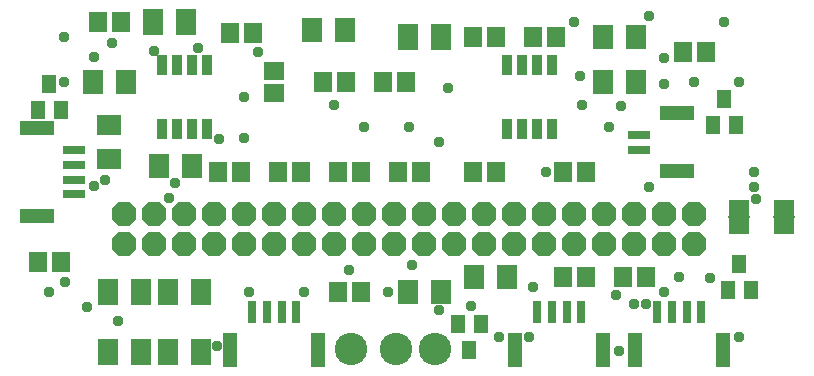
<source format=gbr>
G04 EAGLE Gerber RS-274X export*
G75*
%MOMM*%
%FSLAX34Y34*%
%LPD*%
%INSoldermask Top*%
%IPPOS*%
%AMOC8*
5,1,8,0,0,1.08239X$1,22.5*%
G01*
%ADD10R,1.503200X1.703200*%
%ADD11R,1.703200X1.503200*%
%ADD12R,0.803200X1.903200*%
%ADD13R,1.203200X2.903200*%
%ADD14R,1.903200X0.803200*%
%ADD15R,2.903200X1.203200*%
%ADD16R,1.803200X2.006200*%
%ADD17P,2.281895X8X202.500000*%
%ADD18R,2.006200X1.803200*%
%ADD19R,1.203200X1.603200*%
%ADD20R,1.803200X2.203200*%
%ADD21R,1.803400X1.371600*%
%ADD22R,1.828800X0.152400*%
%ADD23C,2.743200*%
%ADD24R,0.812800X1.727200*%
%ADD25C,0.959600*%


D10*
X288900Y254000D03*
X269900Y254000D03*
D11*
X228600Y263500D03*
X228600Y244500D03*
D10*
X282600Y177800D03*
X301600Y177800D03*
X396900Y292100D03*
X415900Y292100D03*
X466700Y292100D03*
X447700Y292100D03*
X282600Y76200D03*
X301600Y76200D03*
D12*
X234850Y59300D03*
X222350Y59300D03*
D13*
X191350Y27300D03*
X265850Y27300D03*
D12*
X209850Y59300D03*
X247350Y59300D03*
D14*
X59300Y171550D03*
X59300Y184050D03*
D15*
X27300Y215050D03*
X27300Y140550D03*
D14*
X59300Y196550D03*
X59300Y159050D03*
X537600Y209450D03*
X537600Y196950D03*
D15*
X569600Y178450D03*
X569600Y227950D03*
D16*
X103120Y254000D03*
X74680Y254000D03*
X260100Y298450D03*
X288540Y298450D03*
D17*
X584200Y117300D03*
X584200Y142700D03*
X558800Y117300D03*
X558800Y142700D03*
X533400Y117300D03*
X533400Y142700D03*
X508000Y117300D03*
X508000Y142700D03*
X482600Y117300D03*
X482600Y142700D03*
X457200Y117300D03*
X457200Y142700D03*
X431800Y117300D03*
X431800Y142700D03*
X406400Y117300D03*
X406400Y142700D03*
X381000Y117300D03*
X381000Y142700D03*
X355600Y117300D03*
X355600Y142700D03*
X330200Y117300D03*
X330200Y142700D03*
X304800Y117300D03*
X304800Y142700D03*
X279400Y117300D03*
X279400Y142700D03*
X254000Y117300D03*
X254000Y142700D03*
X228600Y117300D03*
X228600Y142700D03*
X203200Y117300D03*
X203200Y142700D03*
X177800Y117300D03*
X177800Y142700D03*
X152400Y117300D03*
X152400Y142700D03*
X127000Y117300D03*
X127000Y142700D03*
X101600Y117300D03*
X101600Y142700D03*
D16*
X130560Y182880D03*
X159000Y182880D03*
D18*
X88900Y217420D03*
X88900Y188980D03*
D19*
X38100Y252300D03*
X47600Y230300D03*
X28600Y230300D03*
X622300Y99900D03*
X631800Y77900D03*
X612800Y77900D03*
D10*
X396900Y177800D03*
X415900Y177800D03*
D20*
X87600Y25400D03*
X115600Y25400D03*
X138400Y76200D03*
X166400Y76200D03*
X87600Y76200D03*
X115600Y76200D03*
X341600Y292100D03*
X369600Y292100D03*
D16*
X534920Y292100D03*
X506480Y292100D03*
X534920Y254000D03*
X506480Y254000D03*
X341380Y76200D03*
X369820Y76200D03*
X397260Y88900D03*
X425700Y88900D03*
D20*
X125700Y304800D03*
X153700Y304800D03*
D10*
X593700Y279400D03*
X574700Y279400D03*
X473100Y177800D03*
X492100Y177800D03*
X28600Y101600D03*
X47600Y101600D03*
X473100Y88900D03*
X492100Y88900D03*
X523900Y88900D03*
X542900Y88900D03*
X333400Y177800D03*
X352400Y177800D03*
X191160Y295910D03*
X210160Y295910D03*
X79400Y304800D03*
X98400Y304800D03*
X231800Y177800D03*
X250800Y177800D03*
X320700Y254000D03*
X339700Y254000D03*
X181000Y177800D03*
X200000Y177800D03*
D20*
X138400Y25400D03*
X166400Y25400D03*
D21*
X660400Y132080D03*
X660400Y147320D03*
D22*
X660400Y139700D03*
D21*
X622300Y132080D03*
X622300Y147320D03*
D22*
X622300Y139700D03*
D23*
X364490Y27940D03*
X331470Y27940D03*
X293370Y27940D03*
D19*
X609600Y239600D03*
X619100Y217600D03*
X600100Y217600D03*
X393700Y27100D03*
X384200Y49100D03*
X403200Y49100D03*
D24*
X425450Y214376D03*
X425450Y268224D03*
X438150Y214376D03*
X450850Y214376D03*
X438150Y268224D03*
X450850Y268224D03*
X463550Y214376D03*
X463550Y268224D03*
X171450Y268224D03*
X171450Y214376D03*
X158750Y268224D03*
X146050Y268224D03*
X158750Y214376D03*
X146050Y214376D03*
X133350Y268224D03*
X133350Y214376D03*
D12*
X577750Y59300D03*
X565250Y59300D03*
D13*
X534250Y27300D03*
X608750Y27300D03*
D12*
X552750Y59300D03*
X590250Y59300D03*
X476150Y59300D03*
X463650Y59300D03*
D13*
X432650Y27300D03*
X507150Y27300D03*
D12*
X451150Y59300D03*
X488650Y59300D03*
D25*
X546100Y165100D03*
X635000Y177800D03*
X368300Y203200D03*
X622300Y38100D03*
X558800Y76200D03*
X50800Y254000D03*
X181610Y205740D03*
X419100Y38100D03*
X254000Y76200D03*
X207010Y76200D03*
X38100Y76200D03*
X163830Y283210D03*
X304800Y215900D03*
X488950Y234950D03*
X584200Y254000D03*
X609600Y304800D03*
X482600Y304800D03*
X180340Y30480D03*
X394970Y64770D03*
X622300Y254000D03*
X214630Y279400D03*
X85090Y171450D03*
X144780Y168910D03*
X636270Y154940D03*
X345440Y99060D03*
X325120Y76200D03*
X203200Y241300D03*
X203200Y207010D03*
X279400Y234950D03*
X487680Y259560D03*
X521848Y233802D03*
X342900Y215900D03*
X511810Y215900D03*
X533400Y66040D03*
X458470Y177800D03*
X76200Y166370D03*
X571500Y88900D03*
X96520Y52070D03*
X70330Y63500D03*
X520700Y26670D03*
X558800Y252730D03*
X51590Y85090D03*
X543560Y66040D03*
X444500Y38100D03*
X447587Y80490D03*
X375920Y248920D03*
X546100Y309880D03*
X558800Y274320D03*
X292100Y95250D03*
X368300Y60960D03*
X91440Y287020D03*
X126688Y280670D03*
X635000Y165100D03*
X597080Y88143D03*
X50800Y292100D03*
X76200Y275590D03*
X517550Y73660D03*
X139700Y156210D03*
M02*

</source>
